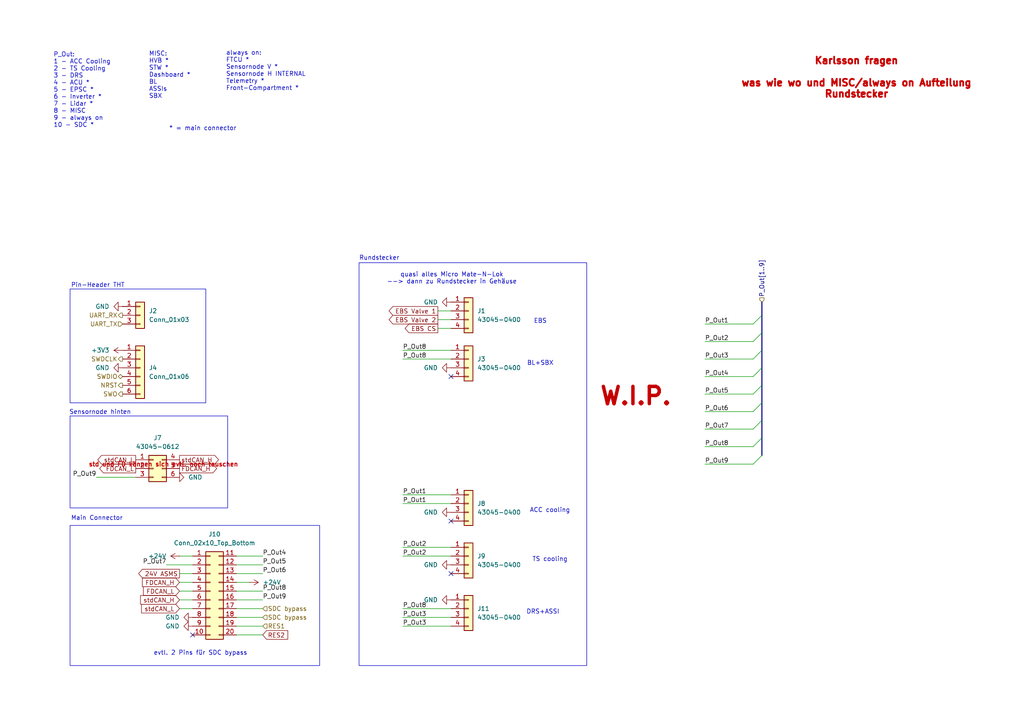
<source format=kicad_sch>
(kicad_sch (version 20231120) (generator "eeschema") (generator_version "8.0")
  (paper "A4")
  (title_block (title "PDU FT25") (date "2024-11-23") (rev "V1.1") (company "Janek Herm") (comment 1 "FaSTTUBe Electronics"))
  (lib_symbols
    (symbol "Connector_Generic:Conn_01x03" (pin_names (offset 1.016) hide)
      (property "Reference" "J" (at 0 5.08 0))
      (property "Value" "Conn_01x03" (at 0 -5.08 0))
      (symbol "Conn_01x03_1_1"
        (rectangle (start -1.27 -2.413) (end 0 -2.667) (stroke (width 0.1524)))
        (rectangle (start -1.27 0.127) (end 0 -0.127) (stroke (width 0.1524)))
        (rectangle (start -1.27 2.667) (end 0 2.413) (stroke (width 0.1524)))
        (rectangle (start -1.27 3.81) (end 1.27 -3.81) (stroke (width 0.254)) (fill (type background)))
        (pin passive line (at -5.08 2.54 0) (length 3.81) (name "Pin_1") (number "1"))
        (pin passive line (at -5.08 0 0) (length 3.81) (name "Pin_2") (number "2"))
        (pin passive line (at -5.08 -2.54 0) (length 3.81) (name "Pin_3") (number "3"))
      )
    )
    (symbol "Connector_Generic:Conn_01x04" (pin_names (offset 1.016) hide)
      (property "Reference" "J" (at 0 5.08 0))
      (property "Value" "Conn_01x04" (at 0 -7.62 0))
      (symbol "Conn_01x04_1_1"
        (rectangle (start -1.27 -4.953) (end 0 -5.207) (stroke (width 0.1524)))
        (rectangle (start -1.27 -2.413) (end 0 -2.667) (stroke (width 0.1524)))
        (rectangle (start -1.27 0.127) (end 0 -0.127) (stroke (width 0.1524)))
        (rectangle (start -1.27 2.667) (end 0 2.413) (stroke (width 0.1524)))
        (rectangle (start -1.27 3.81) (end 1.27 -6.35) (stroke (width 0.254)) (fill (type background)))
        (pin passive line (at -5.08 2.54 0) (length 3.81) (name "Pin_1") (number "1"))
        (pin passive line (at -5.08 0 0) (length 3.81) (name "Pin_2") (number "2"))
        (pin passive line (at -5.08 -2.54 0) (length 3.81) (name "Pin_3") (number "3"))
        (pin passive line (at -5.08 -5.08 0) (length 3.81) (name "Pin_4") (number "4"))
      )
    )
    (symbol "Connector_Generic:Conn_01x06" (pin_names (offset 1.016) hide)
      (property "Reference" "J" (at 0 7.62 0))
      (property "Value" "Conn_01x06" (at 0 -10.16 0))
      (symbol "Conn_01x06_1_1"
        (rectangle (start -1.27 -7.493) (end 0 -7.747) (stroke (width 0.1524)))
        (rectangle (start -1.27 -4.953) (end 0 -5.207) (stroke (width 0.1524)))
        (rectangle (start -1.27 -2.413) (end 0 -2.667) (stroke (width 0.1524)))
        (rectangle (start -1.27 0.127) (end 0 -0.127) (stroke (width 0.1524)))
        (rectangle (start -1.27 2.667) (end 0 2.413) (stroke (width 0.1524)))
        (rectangle (start -1.27 5.207) (end 0 4.953) (stroke (width 0.1524)))
        (rectangle (start -1.27 6.35) (end 1.27 -8.89) (stroke (width 0.254)) (fill (type background)))
        (pin passive line (at -5.08 5.08 0) (length 3.81) (name "Pin_1") (number "1"))
        (pin passive line (at -5.08 2.54 0) (length 3.81) (name "Pin_2") (number "2"))
        (pin passive line (at -5.08 0 0) (length 3.81) (name "Pin_3") (number "3"))
        (pin passive line (at -5.08 -2.54 0) (length 3.81) (name "Pin_4") (number "4"))
        (pin passive line (at -5.08 -5.08 0) (length 3.81) (name "Pin_5") (number "5"))
        (pin passive line (at -5.08 -7.62 0) (length 3.81) (name "Pin_6") (number "6"))
      )
    )
    (symbol "Connector_Generic:Conn_02x03_Top_Bottom" (pin_names (offset 1.016) hide)
      (property "Reference" "J" (at 1.27 5.08 0))
      (property "Value" "Conn_02x03_Top_Bottom" (at 1.27 -5.08 0))
      (symbol "Conn_02x03_Top_Bottom_1_1"
        (rectangle (start -1.27 -2.413) (end 0 -2.667) (stroke (width 0.1524)))
        (rectangle (start -1.27 0.127) (end 0 -0.127) (stroke (width 0.1524)))
        (rectangle (start -1.27 2.667) (end 0 2.413) (stroke (width 0.1524)))
        (rectangle (start -1.27 3.81) (end 3.81 -3.81) (stroke (width 0.254)) (fill (type background)))
        (rectangle (start 3.81 -2.413) (end 2.54 -2.667) (stroke (width 0.1524)))
        (rectangle (start 3.81 0.127) (end 2.54 -0.127) (stroke (width 0.1524)))
        (rectangle (start 3.81 2.667) (end 2.54 2.413) (stroke (width 0.1524)))
        (pin passive line (at -5.08 2.54 0) (length 3.81) (name "Pin_1") (number "1"))
        (pin passive line (at -5.08 0 0) (length 3.81) (name "Pin_2") (number "2"))
        (pin passive line (at -5.08 -2.54 0) (length 3.81) (name "Pin_3") (number "3"))
        (pin passive line (at 7.62 2.54 180) (length 3.81) (name "Pin_4") (number "4"))
        (pin passive line (at 7.62 0 180) (length 3.81) (name "Pin_5") (number "5"))
        (pin passive line (at 7.62 -2.54 180) (length 3.81) (name "Pin_6") (number "6"))
      )
    )
    (symbol "Connector_Generic:Conn_02x10_Top_Bottom" (pin_names (offset 1.016) hide)
      (property "Reference" "J" (at 1.27 12.7 0))
      (property "Value" "Conn_02x10_Top_Bottom" (at 1.27 -15.24 0))
      (symbol "Conn_02x10_Top_Bottom_1_1"
        (rectangle (start -1.27 -12.573) (end 0 -12.827) (stroke (width 0.1524)))
        (rectangle (start -1.27 -10.033) (end 0 -10.287) (stroke (width 0.1524)))
        (rectangle (start -1.27 -7.493) (end 0 -7.747) (stroke (width 0.1524)))
        (rectangle (start -1.27 -4.953) (end 0 -5.207) (stroke (width 0.1524)))
        (rectangle (start -1.27 -2.413) (end 0 -2.667) (stroke (width 0.1524)))
        (rectangle (start -1.27 0.127) (end 0 -0.127) (stroke (width 0.1524)))
        (rectangle (start -1.27 2.667) (end 0 2.413) (stroke (width 0.1524)))
        (rectangle (start -1.27 5.207) (end 0 4.953) (stroke (width 0.1524)))
        (rectangle (start -1.27 7.747) (end 0 7.493) (stroke (width 0.1524)))
        (rectangle (start -1.27 10.287) (end 0 10.033) (stroke (width 0.1524)))
        (rectangle (start -1.27 11.43) (end 3.81 -13.97) (stroke (width 0.254)) (fill (type background)))
        (rectangle (start 3.81 -12.573) (end 2.54 -12.827) (stroke (width 0.1524)))
        (rectangle (start 3.81 -10.033) (end 2.54 -10.287) (stroke (width 0.1524)))
        (rectangle (start 3.81 -7.493) (end 2.54 -7.747) (stroke (width 0.1524)))
        (rectangle (start 3.81 -4.953) (end 2.54 -5.207) (stroke (width 0.1524)))
        (rectangle (start 3.81 -2.413) (end 2.54 -2.667) (stroke (width 0.1524)))
        (rectangle (start 3.81 0.127) (end 2.54 -0.127) (stroke (width 0.1524)))
        (rectangle (start 3.81 2.667) (end 2.54 2.413) (stroke (width 0.1524)))
        (rectangle (start 3.81 5.207) (end 2.54 4.953) (stroke (width 0.1524)))
        (rectangle (start 3.81 7.747) (end 2.54 7.493) (stroke (width 0.1524)))
        (rectangle (start 3.81 10.287) (end 2.54 10.033) (stroke (width 0.1524)))
        (pin passive line (at -5.08 10.16 0) (length 3.81) (name "Pin_1") (number "1"))
        (pin passive line (at -5.08 -12.7 0) (length 3.81) (name "Pin_10") (number "10"))
        (pin passive line (at 7.62 10.16 180) (length 3.81) (name "Pin_11") (number "11"))
        (pin passive line (at 7.62 7.62 180) (length 3.81) (name "Pin_12") (number "12"))
        (pin passive line (at 7.62 5.08 180) (length 3.81) (name "Pin_13") (number "13"))
        (pin passive line (at 7.62 2.54 180) (length 3.81) (name "Pin_14") (number "14"))
        (pin passive line (at 7.62 0 180) (length 3.81) (name "Pin_15") (number "15"))
        (pin passive line (at 7.62 -2.54 180) (length 3.81) (name "Pin_16") (number "16"))
        (pin passive line (at 7.62 -5.08 180) (length 3.81) (name "Pin_17") (number "17"))
        (pin passive line (at 7.62 -7.62 180) (length 3.81) (name "Pin_18") (number "18"))
        (pin passive line (at 7.62 -10.16 180) (length 3.81) (name "Pin_19") (number "19"))
        (pin passive line (at -5.08 7.62 0) (length 3.81) (name "Pin_2") (number "2"))
        (pin passive line (at 7.62 -12.7 180) (length 3.81) (name "Pin_20") (number "20"))
        (pin passive line (at -5.08 5.08 0) (length 3.81) (name "Pin_3") (number "3"))
        (pin passive line (at -5.08 2.54 0) (length 3.81) (name "Pin_4") (number "4"))
        (pin passive line (at -5.08 0 0) (length 3.81) (name "Pin_5") (number "5"))
        (pin passive line (at -5.08 -2.54 0) (length 3.81) (name "Pin_6") (number "6"))
        (pin passive line (at -5.08 -5.08 0) (length 3.81) (name "Pin_7") (number "7"))
        (pin passive line (at -5.08 -7.62 0) (length 3.81) (name "Pin_8") (number "8"))
        (pin passive line (at -5.08 -10.16 0) (length 3.81) (name "Pin_9") (number "9"))
      )
    )
    (symbol "power:+24V" (power) (pin_numbers hide) (pin_names (offset 0) hide)
      (property "Value" "+24V" (at 0 3.556 0))
      (symbol "+24V_0_1"
        (polyline (pts (xy -0.762 1.27) (xy 0 2.54)))
        (polyline (pts (xy 0 0) (xy 0 2.54)))
        (polyline (pts (xy 0 2.54) (xy 0.762 1.27)))
      )
      (symbol "+24V_1_1"
        (pin power_in line (at 0 0 90) (length 0) (name "~") (number "1"))
      )
    )
    (symbol "power:+3.3V" (power) (pin_numbers hide) (pin_names (offset 0) hide)
      (property "Value" "+3.3V" (at 0 3.556 0))
      (symbol "+3.3V_0_1"
        (polyline (pts (xy -0.762 1.27) (xy 0 2.54)))
        (polyline (pts (xy 0 0) (xy 0 2.54)))
        (polyline (pts (xy 0 2.54) (xy 0.762 1.27)))
      )
      (symbol "+3.3V_1_1"
        (pin power_in line (at 0 0 90) (length 0) (name "~") (number "1"))
      )
    )
    (symbol "power:GND" (power) (pin_numbers hide) (pin_names (offset 0) hide)
      (property "Value" "GND" (at 0 -3.81 0))
      (symbol "GND_0_1"
        (polyline (pts (xy 0 0) (xy 0 -1.27) (xy 1.27 -1.27) (xy 0 -2.54) (xy -1.27 -1.27) (xy 0 -1.27)))
      )
      (symbol "GND_1_1"
        (pin power_in line (at 0 0 270) (length 0) (name "~") (number "1"))
      )
    )
  )
  (no_connect (at 130.81 151.13))
  (no_connect (at 130.81 166.37))
  (no_connect (at 55.88 184.15))
  (no_connect (at 130.81 109.22))
  (bus_entry (at 218.44 109.22) (size 2.54 -2.54))
  (bus_entry (at 218.44 99.06) (size 2.54 -2.54))
  (bus_entry (at 218.44 129.54) (size 2.54 -2.54))
  (bus_entry (at 218.44 134.62) (size 2.54 -2.54))
  (bus_entry (at 218.44 119.38) (size 2.54 -2.54))
  (bus_entry (at 218.44 93.98) (size 2.54 -2.54))
  (bus_entry (at 218.44 114.3) (size 2.54 -2.54))
  (bus_entry (at 218.44 104.14) (size 2.54 -2.54))
  (bus_entry (at 218.44 124.46) (size 2.54 -2.54))
  (wire (pts (xy 116.84 146.05) (xy 130.81 146.05)))
  (bus (pts (xy 220.98 121.92) (xy 220.98 127)))
  (wire (pts (xy 52.07 161.29) (xy 55.88 161.29)))
  (bus (pts (xy 220.98 127) (xy 220.98 132.08)))
  (wire (pts (xy 116.84 161.29) (xy 130.81 161.29)))
  (wire (pts (xy 204.47 134.62) (xy 218.44 134.62)))
  (wire (pts (xy 52.07 176.53) (xy 55.88 176.53)))
  (wire (pts (xy 68.58 184.15) (xy 76.2 184.15)))
  (wire (pts (xy 127 95.25) (xy 130.81 95.25)))
  (wire (pts (xy 68.58 166.37) (xy 76.2 166.37)))
  (wire (pts (xy 204.47 129.54) (xy 218.44 129.54)))
  (bus (pts (xy 220.98 116.84) (xy 220.98 121.92)))
  (wire (pts (xy 204.47 119.38) (xy 218.44 119.38)))
  (wire (pts (xy 204.47 114.3) (xy 218.44 114.3)))
  (bus (pts (xy 220.98 101.6) (xy 220.98 106.68)))
  (wire (pts (xy 204.47 99.06) (xy 218.44 99.06)))
  (wire (pts (xy 204.47 124.46) (xy 218.44 124.46)))
  (wire (pts (xy 116.84 181.61) (xy 130.81 181.61)))
  (bus (pts (xy 220.98 111.76) (xy 220.98 116.84)))
  (wire (pts (xy 68.58 179.07) (xy 76.2 179.07)))
  (wire (pts (xy 116.84 143.51) (xy 130.81 143.51)))
  (wire (pts (xy 204.47 109.22) (xy 218.44 109.22)))
  (wire (pts (xy 116.84 179.07) (xy 130.81 179.07)))
  (wire (pts (xy 72.39 168.91) (xy 68.58 168.91)))
  (wire (pts (xy 68.58 171.45) (xy 76.2 171.45)))
  (bus (pts (xy 220.98 87.63) (xy 220.98 91.44)))
  (wire (pts (xy 52.07 166.37) (xy 55.88 166.37)))
  (bus (pts (xy 220.98 91.44) (xy 220.98 96.52)))
  (wire (pts (xy 204.47 104.14) (xy 218.44 104.14)))
  (wire (pts (xy 130.81 104.14) (xy 116.84 104.14)))
  (wire (pts (xy 55.88 163.83) (xy 48.26 163.83)))
  (bus (pts (xy 220.98 96.52) (xy 220.98 101.6)))
  (wire (pts (xy 68.58 163.83) (xy 76.2 163.83)))
  (wire (pts (xy 27.94 138.43) (xy 39.37 138.43)))
  (wire (pts (xy 52.07 173.99) (xy 55.88 173.99)))
  (wire (pts (xy 68.58 161.29) (xy 76.2 161.29)))
  (bus (pts (xy 220.98 106.68) (xy 220.98 111.76)))
  (wire (pts (xy 127 92.71) (xy 130.81 92.71)))
  (wire (pts (xy 127 90.17) (xy 130.81 90.17)))
  (wire (pts (xy 68.58 173.99) (xy 76.2 173.99)))
  (wire (pts (xy 52.07 171.45) (xy 55.88 171.45)))
  (wire (pts (xy 68.58 176.53) (xy 76.2 176.53)))
  (wire (pts (xy 116.84 101.6) (xy 130.81 101.6)))
  (wire (pts (xy 116.84 176.53) (xy 130.81 176.53)))
  (wire (pts (xy 204.47 93.98) (xy 218.44 93.98)))
  (wire (pts (xy 68.58 181.61) (xy 76.2 181.61)))
  (wire (pts (xy 116.84 158.75) (xy 130.81 158.75)))
  (wire (pts (xy 52.07 168.91) (xy 55.88 168.91)))
  (wire (pts (xy 50.8 138.43) (xy 52.07 138.43)))
  (rectangle (start 20.32 83.82) (end 59.69 116.84))
  (rectangle (start 104.14 76.2) (end 170.18 193.04))
  (rectangle (start 20.32 152.4) (end 92.71 193.04))
  (rectangle (start 20.32 120.65) (end 66.04 147.32))
  (text "* = main connector" (at 49.022 37.338 0) (effects (font (size 1.27 1.27)) (justify left)))
  (text "DRS+ASSI" (at 157.48 177.546 0) (effects (font (size 1.27 1.27))))
  (text "Pin-Header THT" (at 20.574 82.804 0) (effects (font (size 1.27 1.27)) (justify left)))
  (text "W.I.P." (at 184.404 115.062 0) (effects (font (size 5 5) (thickness 1) (bold yes))))
  (text "quasi alles Micro Mate-N-Lok\n--> dann zu Rundstecker in Gehäuse" (at 131.064 80.772 0) (effects (font (size 1.27 1.27) (thickness 0.1588))))
  (text "Sensornode hinten" (at 20.066 119.634 0) (effects (font (size 1.27 1.27)) (justify left)))
  (text "Rundstecker" (at 104.14 74.93 0) (effects (font (size 1.27 1.27)) (justify left)))
  (text "Karlsson fragen\n\nwas wie wo und MISC/always on Aufteilung\nRundstecker" (at 248.412 22.606 0) (effects (font (size 2 2) (thickness 0.7) (bold yes))))
  (text "Main Connector" (at 20.574 150.368 0) (effects (font (size 1.27 1.27)) (justify left)))
  (text "evtl. 2 Pins für SDC bypass" (at 58.166 189.484 0) (effects (font (size 1.27 1.27))))
  (text "EBS" (at 156.718 93.218 0) (effects (font (size 1.27 1.27))))
  (text "MISC:\nHVB *\nSTW *\nDashboard *\nBL\nASSIs\nSBX" (at 43.18 21.844 0) (effects (font (size 1.27 1.27)) (justify left)))
  (text "TS cooling" (at 159.512 162.306 0) (effects (font (size 1.27 1.27))))
  (text "std und FD können sich evtl. noch tauschen" (at 25.654 134.874 0) (effects (font (size 1.27 1.27) (thickness 0.254) (bold yes)) (justify left)))
  (text "P_Out:\n1 - ACC Cooling \n2 - TS Cooling\n3 - DRS\n4 - ACU *\n5 - EPSC *\n6 - Inverter *\n7 - Lidar *\n8 - MISC\n9 - always on\n10 - SDC *" (at 15.494 26.162 0) (effects (font (size 1.27 1.27)) (justify left)))
  (text "BL+SBX" (at 156.718 105.41 0) (effects (font (size 1.27 1.27))))
  (text "ACC cooling" (at 159.512 148.082 0) (effects (font (size 1.27 1.27))))
  (text "always on:\nFTCU *\nSensornode V *\nSensornode H INTERNAL\nTelemetry * \nFront-Compartment *" (at 65.532 20.574 0) (effects (font (size 1.27 1.27)) (justify left)))
  (label "P_Out7" (at 48.26 163.83 180))
  (label "P_Out3" (at 204.47 104.14 0))
  (label "P_Out1" (at 204.47 93.98 0))
  (label "P_Out8" (at 204.47 129.54 0))
  (label "P_Out8" (at 116.84 176.53 0))
  (label "P_Out1" (at 116.84 143.51 0))
  (label "P_Out9" (at 204.47 134.62 0))
  (label "P_Out8" (at 116.84 101.6 0))
  (label "P_Out5" (at 204.47 114.3 0))
  (label "P_Out9" (at 76.2 173.99 0))
  (label "P_Out2" (at 204.47 99.06 0))
  (label "P_Out3" (at 116.84 181.61 0))
  (label "P_Out9" (at 27.94 138.43 180))
  (label "P_Out8" (at 76.2 171.45 0))
  (label "P_Out6" (at 76.2 166.37 0))
  (label "P_Out2" (at 116.84 161.29 0))
  (label "P_Out4" (at 76.2 161.29 0))
  (label "P_Out5" (at 76.2 163.83 0))
  (label "P_Out7" (at 204.47 124.46 0))
  (label "P_Out1" (at 116.84 146.05 0))
  (label "P_Out8" (at 116.84 104.14 0))
  (label "P_Out3" (at 116.84 179.07 0))
  (label "P_Out2" (at 116.84 158.75 0))
  (label "P_Out4" (at 204.47 109.22 0))
  (label "P_Out6" (at 204.47 119.38 0))
  (global_label "stdCAN_H" (shape output) (at 52.07 133.35 0) (property "Intersheetrefs" "${INTERSHEET_REFS}" (effects (hide yes))))
  (global_label "24V ASMS" (shape output) (at 52.07 166.37 180) (property "Intersheetrefs" "${INTERSHEET_REFS}" (effects (hide yes))))
  (global_label "FDCAN_H" (shape output) (at 52.07 135.89 0) (property "Intersheetrefs" "${INTERSHEET_REFS}" (effects (hide yes))))
  (global_label "stdCAN_L" (shape input) (at 52.07 176.53 180) (property "Intersheetrefs" "${INTERSHEET_REFS}" (effects (hide yes))))
  (global_label "FDCAN_L" (shape output) (at 39.37 135.89 180) (property "Intersheetrefs" "${INTERSHEET_REFS}" (effects (hide yes))))
  (global_label "FDCAN_L" (shape input) (at 52.07 171.45 180) (property "Intersheetrefs" "${INTERSHEET_REFS}" (effects (hide yes))))
  (global_label "stdCAN_H" (shape input) (at 52.07 173.99 180) (property "Intersheetrefs" "${INTERSHEET_REFS}" (effects (hide yes))))
  (global_label "EBS CS" (shape output) (at 127 95.25 180) (property "Intersheetrefs" "${INTERSHEET_REFS}" (effects (hide yes))))
  (global_label "EBS Valve 2" (shape output) (at 127 92.71 180) (property "Intersheetrefs" "${INTERSHEET_REFS}" (effects (hide yes))))
  (global_label "stdCAN_L" (shape output) (at 39.37 133.35 180) (property "Intersheetrefs" "${INTERSHEET_REFS}" (effects (hide yes))))
  (global_label "EBS Valve 1" (shape output) (at 127 90.17 180) (property "Intersheetrefs" "${INTERSHEET_REFS}" (effects (hide yes))))
  (global_label "FDCAN_H" (shape input) (at 52.07 168.91 180) (property "Intersheetrefs" "${INTERSHEET_REFS}" (effects (hide yes))))
  (global_label "RES2" (shape input) (at 76.2 184.15 0) (property "Intersheetrefs" "${INTERSHEET_REFS}" (effects (hide yes))))
  (hierarchical_label "P_Out[1..9]" (shape input) (at 220.98 87.63 90) (effects (font (thickness 0.1588))))
  (hierarchical_label "SWDIO" (shape bidirectional) (at 35.56 109.22 180) (effects (font (thickness 0.1588))))
  (hierarchical_label "SWO" (shape output) (at 35.56 114.3 180))
  (hierarchical_label "RES1" (shape input) (at 76.2 181.61 0))
  (hierarchical_label "UART_TX" (shape input) (at 35.56 93.98 180))
  (hierarchical_label "SDC bypass" (shape input) (at 76.2 176.53 0))
  (hierarchical_label "NRST" (shape output) (at 35.56 111.76 180) (effects (font (thickness 0.1588))))
  (hierarchical_label "SWDCLK" (shape output) (at 35.56 104.14 180))
  (hierarchical_label "UART_RX" (shape output) (at 35.56 91.44 180))
  (hierarchical_label "SDC bypass" (shape input) (at 76.2 179.07 0))
  (symbol (lib_id "Connector_Generic:Conn_01x04") (at 135.89 90.17 0) (unit 1)
    (property "Reference" "J1" (at 138.43 90.1699 0) (effects (justify left)))
    (property "Value" "43045-0400" (at 138.43 92.7099 0) (effects (justify left)))
    (property "Footprint" "43045-0400:43045-04_00,01,02,10_" (effects (hide yes)))
    (property "Description" "Generic connector, single row, 01x04, script generated (kicad-library-utils/schlib/autogen/connector/)" (effects (hide yes)))
  )
  (symbol (lib_id "power:GND") (at 55.88 179.07 270) (unit 1)
    (property "Reference" "#PWR044" (effects (hide yes)))
    (property "Value" "GND" (at 52.07 179.0699 90) (effects (justify right)))
    (property "Description" "Power symbol creates a global label with name \"GND\" , ground" (effects (hide yes)))
  )
  (symbol (lib_id "power:GND") (at 130.81 173.99 270) (unit 1)
    (property "Reference" "#PWR043" (effects (hide yes)))
    (property "Value" "GND" (at 127 173.9899 90) (effects (justify right)))
    (property "Description" "Power symbol creates a global label with name \"GND\" , ground" (effects (hide yes)))
  )
  (symbol (lib_id "power:+3.3V") (at 35.56 101.6 90) (unit 1)
    (property "Reference" "#PWR035" (effects (hide yes)))
    (property "Value" "+3V3" (at 31.75 101.5999 90) (effects (justify left)))
    (property "Description" "Power symbol creates a global label with name \"+3.3V\"" (effects (hide yes)))
  )
  (symbol (lib_id "power:+24V") (at 52.07 161.29 90) (unit 1)
    (property "Reference" "#PWR0195" (effects (hide yes)))
    (property "Value" "+24V" (at 48.26 161.2899 90) (effects (justify left)))
    (property "Description" "Power symbol creates a global label with name \"+24V\"" (effects (hide yes)))
  )
  (symbol (lib_id "power:+24V") (at 72.39 168.91 270) (mirror x) (unit 1)
    (property "Reference" "#PWR0196" (effects (hide yes)))
    (property "Value" "+24V" (at 76.2 168.9099 90) (effects (justify left)))
    (property "Description" "Power symbol creates a global label with name \"+24V\"" (effects (hide yes)))
  )
  (symbol (lib_id "Connector_Generic:Conn_01x04") (at 135.89 146.05 0) (unit 1)
    (property "Reference" "J8" (at 138.43 146.0499 0) (effects (justify left)))
    (property "Value" "43045-0400" (at 138.43 148.5899 0) (effects (justify left)))
    (property "Footprint" "43045-0400:43045-04_00,01,02,10_" (effects (hide yes)))
    (property "Description" "Generic connector, single row, 01x04, script generated (kicad-library-utils/schlib/autogen/connector/)" (effects (hide yes)))
  )
  (symbol (lib_id "power:GND") (at 35.56 88.9 270) (unit 1)
    (property "Reference" "#PWR034" (effects (hide yes)))
    (property "Value" "GND" (at 31.75 88.8999 90) (effects (justify right)))
    (property "Description" "Power symbol creates a global label with name \"GND\" , ground" (effects (hide yes)))
  )
  (symbol (lib_id "power:GND") (at 55.88 181.61 270) (unit 1)
    (property "Reference" "#PWR045" (effects (hide yes)))
    (property "Value" "GND" (at 52.07 181.6099 90) (effects (justify right)))
    (property "Description" "Power symbol creates a global label with name \"GND\" , ground" (effects (hide yes)))
  )
  (symbol (lib_id "power:GND") (at 130.81 106.68 270) (unit 1)
    (property "Reference" "#PWR036" (effects (hide yes)))
    (property "Value" "GND" (at 127 106.6799 90) (effects (justify right)))
    (property "Description" "Power symbol creates a global label with name \"GND\" , ground" (effects (hide yes)))
  )
  (symbol (lib_id "Connector_Generic:Conn_01x04") (at 135.89 104.14 0) (unit 1)
    (property "Reference" "J3" (at 138.43 104.1399 0) (effects (justify left)))
    (property "Value" "43045-0400" (at 138.43 106.6799 0) (effects (justify left)))
    (property "Footprint" "43045-0400:43045-04_00,01,02,10_" (effects (hide yes)))
    (property "Description" "Generic connector, single row, 01x04, script generated (kicad-library-utils/schlib/autogen/connector/)" (effects (hide yes)))
  )
  (symbol (lib_id "Connector_Generic:Conn_01x06") (at 40.64 106.68 0) (unit 1)
    (property "Reference" "J4" (at 43.18 106.6799 0) (effects (justify left)))
    (property "Value" "Conn_01x06" (at 43.18 109.2199 0) (effects (justify left)))
    (property "Footprint" "Connector_PinHeader_2.54mm:PinHeader_1x06_P2.54mm_Vertical" (effects (hide yes)))
    (property "Description" "Generic connector, single row, 01x06, script generated (kicad-library-utils/schlib/autogen/connector/)" (effects (hide yes)))
  )
  (symbol (lib_id "Connector_Generic:Conn_01x04") (at 135.89 176.53 0) (unit 1)
    (property "Reference" "J11" (at 138.43 176.5299 0) (effects (justify left)))
    (property "Value" "43045-0400" (at 138.43 179.0699 0) (effects (justify left)))
    (property "Footprint" "43045-0400:43045-04_00,01,02,10_" (effects (hide yes)))
    (property "Description" "Generic connector, single row, 01x04, script generated (kicad-library-utils/schlib/autogen/connector/)" (effects (hide yes)))
  )
  (symbol (lib_id "Connector_Generic:Conn_01x04") (at 135.89 161.29 0) (unit 1)
    (property "Reference" "J9" (at 138.43 161.2899 0) (effects (justify left)))
    (property "Value" "43045-0400" (at 138.43 163.8299 0) (effects (justify left)))
    (property "Footprint" "43045-0400:43045-04_00,01,02,10_" (effects (hide yes)))
    (property "Description" "Generic connector, single row, 01x04, script generated (kicad-library-utils/schlib/autogen/connector/)" (effects (hide yes)))
  )
  (symbol (lib_id "power:GND") (at 130.81 163.83 270) (unit 1)
    (property "Reference" "#PWR042" (effects (hide yes)))
    (property "Value" "GND" (at 127 163.8299 90) (effects (justify right)))
    (property "Description" "Power symbol creates a global label with name \"GND\" , ground" (effects (hide yes)))
  )
  (symbol (lib_id "Connector_Generic:Conn_02x03_Top_Bottom") (at 44.45 135.89 0) (unit 1)
    (property "Reference" "J7" (at 45.72 127 0))
    (property "Value" "43045-0612" (at 45.72 129.54 0))
    (property "Footprint" "Connector_Molex:Molex_Micro-Fit_3.0_43045-0612_2x03_P3.00mm_Vertical" (effects (hide yes)))
    (property "Description" "Generic connector, double row, 02x03, top/bottom pin numbering scheme (row 1: 1...pins_per_row, row2: pins_per_row+1 ... num_pins), script generated (kicad-library-utils/schlib/autogen/connector/)" (effects (hide yes)))
  )
  (symbol (lib_id "power:GND") (at 130.81 148.59 270) (unit 1)
    (property "Reference" "#PWR041" (effects (hide yes)))
    (property "Value" "GND" (at 127 148.5899 90) (effects (justify right)))
    (property "Description" "Power symbol creates a global label with name \"GND\" , ground" (effects (hide yes)))
  )
  (symbol (lib_id "power:GND") (at 130.81 87.63 270) (unit 1)
    (property "Reference" "#PWR033" (effects (hide yes)))
    (property "Value" "GND" (at 127 87.6299 90) (effects (justify right)))
    (property "Description" "Power symbol creates a global label with name \"GND\" , ground" (effects (hide yes)))
  )
  (symbol (lib_id "Connector_Generic:Conn_02x10_Top_Bottom") (at 60.96 171.45 0) (unit 1)
    (property "Reference" "J10" (at 62.23 154.94 0))
    (property "Value" "Conn_02x10_Top_Bottom" (at 62.23 157.48 0))
    (property "Footprint" "MOLEX_MX150:348302001" (effects (hide yes)))
    (property "Description" "Generic connector, double row, 02x10, top/bottom pin numbering scheme (row 1: 1...pins_per_row, row2: pins_per_row+1 ... num_pins), script generated (kicad-library-utils/schlib/autogen/connector/)" (effects (hide yes)))
  )
  (symbol (lib_id "power:GND") (at 50.8 138.43 90) (unit 1)
    (property "Reference" "#PWR040" (effects (hide yes)))
    (property "Value" "GND" (at 54.61 138.4299 90) (effects (justify right)))
    (property "Description" "Power symbol creates a global label with name \"GND\" , ground" (effects (hide yes)))
  )
  (symbol (lib_id "Connector_Generic:Conn_01x03") (at 40.64 91.44 0) (unit 1)
    (property "Reference" "J2" (at 43.18 90.1699 0) (effects (justify left)))
    (property "Value" "Conn_01x03" (at 43.18 92.7099 0) (effects (justify left)))
    (property "Footprint" "Connector_PinHeader_2.54mm:PinHeader_1x03_P2.54mm_Vertical" (effects (hide yes)))
    (property "Description" "Generic connector, single row, 01x03, script generated (kicad-library-utils/schlib/autogen/connector/)" (effects (hide yes)))
  )
  (symbol (lib_id "power:GND") (at 35.56 106.68 270) (unit 1)
    (property "Reference" "#PWR037" (effects (hide yes)))
    (property "Value" "GND" (at 31.75 106.6799 90) (effects (justify right)))
    (property "Description" "Power symbol creates a global label with name \"GND\" , ground" (effects (hide yes)))
  )
)
</source>
